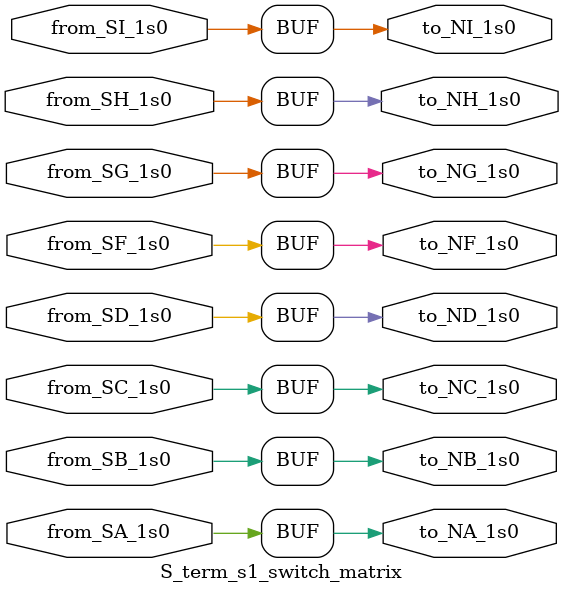
<source format=v>
module S_term_s1_switch_matrix
    #(
        parameter NoConfigBits=0
    )
    (
        input from_SA_1s0,
        input from_SB_1s0,
        input from_SC_1s0,
        input from_SD_1s0,
        input from_SF_1s0,
        input from_SG_1s0,
        input from_SH_1s0,
        input from_SI_1s0,
        output to_NA_1s0,
        output to_NB_1s0,
        output to_NC_1s0,
        output to_ND_1s0,
        output to_NF_1s0,
        output to_NG_1s0,
        output to_NH_1s0,
        output to_NI_1s0
 //global
);
parameter GND0 = 1'b0;
parameter GND = 1'b0;
parameter VCC0 = 1'b1;
parameter VCC = 1'b1;
parameter VDD0 = 1'b1;
parameter VDD = 1'b1;

wire[1-1:0] to_NA_1s0_input;
wire[1-1:0] to_NB_1s0_input;
wire[1-1:0] to_NC_1s0_input;
wire[1-1:0] to_ND_1s0_input;
wire[1-1:0] to_NF_1s0_input;
wire[1-1:0] to_NG_1s0_input;
wire[1-1:0] to_NH_1s0_input;
wire[1-1:0] to_NI_1s0_input;
 //The configuration bits (if any) are just a long shift register
 //This shift register is padded to an even number of flops/latches
 //switch matrix multiplexer to_NA_1s0 MUX-1
assign to_NA_1s0 = from_SA_1s0;

 //switch matrix multiplexer to_NB_1s0 MUX-1
assign to_NB_1s0 = from_SB_1s0;

 //switch matrix multiplexer to_NC_1s0 MUX-1
assign to_NC_1s0 = from_SC_1s0;

 //switch matrix multiplexer to_ND_1s0 MUX-1
assign to_ND_1s0 = from_SD_1s0;

 //switch matrix multiplexer to_NF_1s0 MUX-1
assign to_NF_1s0 = from_SF_1s0;

 //switch matrix multiplexer to_NG_1s0 MUX-1
assign to_NG_1s0 = from_SG_1s0;

 //switch matrix multiplexer to_NH_1s0 MUX-1
assign to_NH_1s0 = from_SH_1s0;

 //switch matrix multiplexer to_NI_1s0 MUX-1
assign to_NI_1s0 = from_SI_1s0;

endmodule
</source>
